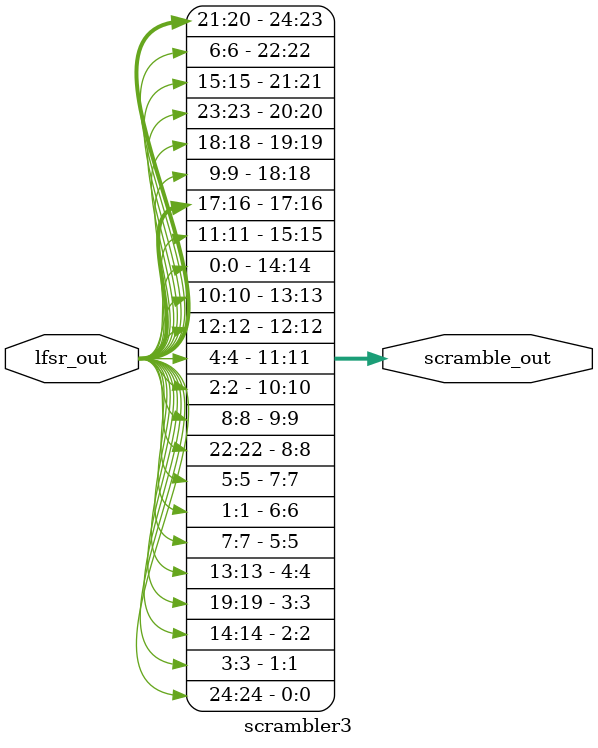
<source format=sv>
module scrambler3 (input logic signed [24:0] lfsr_out,
						 output logic signed [24:0] scramble_out);

	assign scramble_out[0] = lfsr_out[24];
	assign scramble_out[1] = lfsr_out[3];
	assign scramble_out[2] = lfsr_out[14];
	assign scramble_out[3] = lfsr_out[19];
	assign scramble_out[4] = lfsr_out[13];
	assign scramble_out[5] = lfsr_out[7];
	assign scramble_out[6] = lfsr_out[1];
	assign scramble_out[7] = lfsr_out[5];
	assign scramble_out[8] = lfsr_out[22];
	assign scramble_out[9] = lfsr_out[8];
	assign scramble_out[10] = lfsr_out[2];
	assign scramble_out[11] = lfsr_out[4];
	assign scramble_out[12] = lfsr_out[12];
	assign scramble_out[13] = lfsr_out[10];
	assign scramble_out[14] = lfsr_out[0];
	assign scramble_out[15] = lfsr_out[11];
	assign scramble_out[16] = lfsr_out[16];
	assign scramble_out[17] = lfsr_out[17];
	assign scramble_out[18] = lfsr_out[9];
	assign scramble_out[19] = lfsr_out[18];
	assign scramble_out[20] = lfsr_out[23];
	assign scramble_out[21] = lfsr_out[15];
	assign scramble_out[22] = lfsr_out[6];
	assign scramble_out[23] = lfsr_out[20];
	assign scramble_out[24] = lfsr_out[21];

endmodule

</source>
